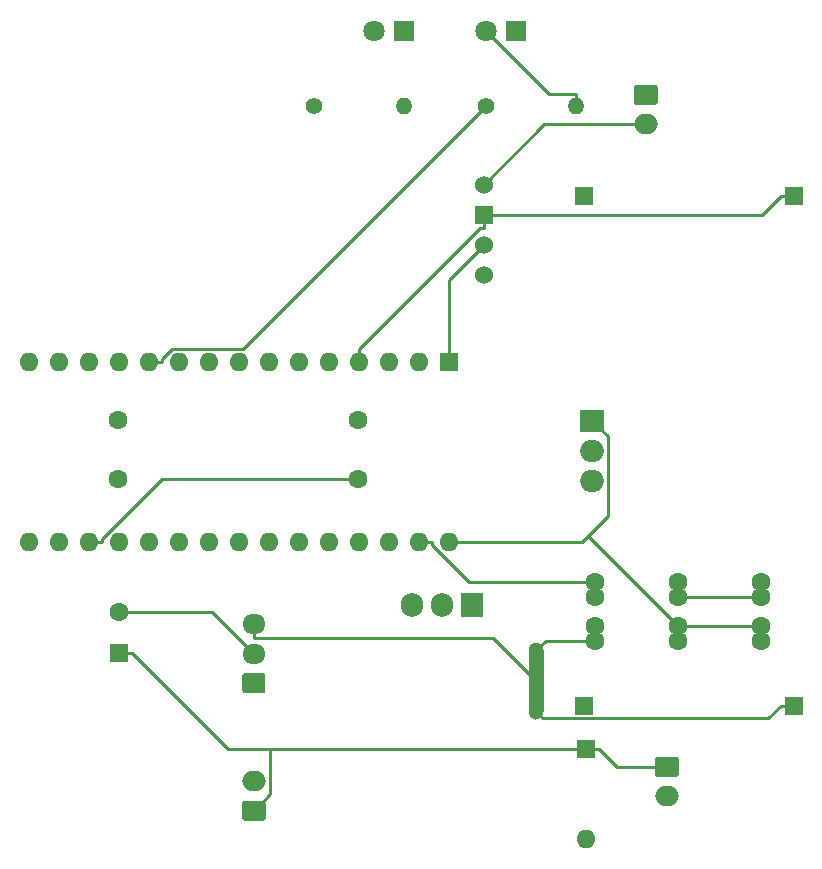
<source format=gbr>
G04 #@! TF.GenerationSoftware,KiCad,Pcbnew,5.1.5*
G04 #@! TF.CreationDate,2020-05-31T22:52:18+02:00*
G04 #@! TF.ProjectId,Levitator,4c657669-7461-4746-9f72-2e6b69636164,rev?*
G04 #@! TF.SameCoordinates,Original*
G04 #@! TF.FileFunction,Copper,L2,Bot*
G04 #@! TF.FilePolarity,Positive*
%FSLAX46Y46*%
G04 Gerber Fmt 4.6, Leading zero omitted, Abs format (unit mm)*
G04 Created by KiCad (PCBNEW 5.1.5) date 2020-05-31 22:52:18*
%MOMM*%
%LPD*%
G04 APERTURE LIST*
%ADD10C,0.100000*%
%ADD11C,1.524000*%
%ADD12R,1.524000X1.524000*%
%ADD13R,1.600000X1.600000*%
%ADD14O,1.600000X1.600000*%
%ADD15C,1.600000*%
%ADD16R,1.800000X1.800000*%
%ADD17C,1.800000*%
%ADD18O,1.950000X1.700000*%
%ADD19C,1.400000*%
%ADD20O,1.400000X1.400000*%
%ADD21O,1.905000X2.000000*%
%ADD22R,1.905000X2.000000*%
%ADD23O,2.000000X1.700000*%
%ADD24C,1.300000*%
%ADD25R,2.000000X1.905000*%
%ADD26O,2.000000X1.905000*%
%ADD27C,0.250000*%
G04 APERTURE END LIST*
D10*
G36*
X166200000Y-121200000D02*
G01*
X166200000Y-116000000D01*
X167500000Y-116000000D01*
X167500000Y-121200000D01*
X166200000Y-121200000D01*
G37*
D11*
X162406000Y-76594000D03*
D12*
X162406000Y-79134000D03*
D11*
X162406000Y-81674000D03*
X162406000Y-84214000D03*
D13*
X159450000Y-91600000D03*
D14*
X126430000Y-106840000D03*
X156910000Y-91600000D03*
X128970000Y-106840000D03*
X154370000Y-91600000D03*
X131510000Y-106840000D03*
X151830000Y-91600000D03*
X134050000Y-106840000D03*
X149290000Y-91600000D03*
X136590000Y-106840000D03*
X146750000Y-91600000D03*
X139130000Y-106840000D03*
X144210000Y-91600000D03*
X141670000Y-106840000D03*
X141670000Y-91600000D03*
X144210000Y-106840000D03*
X139130000Y-91600000D03*
X146750000Y-106840000D03*
X136590000Y-91600000D03*
X149290000Y-106840000D03*
X134050000Y-91600000D03*
X151830000Y-106840000D03*
X131510000Y-91600000D03*
X154370000Y-106840000D03*
X128970000Y-91600000D03*
X156910000Y-106840000D03*
X126430000Y-91600000D03*
X159450000Y-106840000D03*
X123890000Y-91600000D03*
X123890000Y-106840000D03*
D13*
X131495000Y-116245000D03*
D15*
X131495000Y-112745000D03*
X131418000Y-101486000D03*
X131418000Y-96486000D03*
X151738000Y-101486000D03*
X151738000Y-96486000D03*
D13*
X171042000Y-124346000D03*
D14*
X171042000Y-131966000D03*
D16*
X155625000Y-63540000D03*
D17*
X153085000Y-63540000D03*
X162610000Y-63540000D03*
D16*
X165150000Y-63540000D03*
G04 #@! TA.AperFunction,ComponentPad*
D10*
G36*
X143674504Y-117936204D02*
G01*
X143698773Y-117939804D01*
X143722571Y-117945765D01*
X143745671Y-117954030D01*
X143767849Y-117964520D01*
X143788893Y-117977133D01*
X143808598Y-117991747D01*
X143826777Y-118008223D01*
X143843253Y-118026402D01*
X143857867Y-118046107D01*
X143870480Y-118067151D01*
X143880970Y-118089329D01*
X143889235Y-118112429D01*
X143895196Y-118136227D01*
X143898796Y-118160496D01*
X143900000Y-118185000D01*
X143900000Y-119385000D01*
X143898796Y-119409504D01*
X143895196Y-119433773D01*
X143889235Y-119457571D01*
X143880970Y-119480671D01*
X143870480Y-119502849D01*
X143857867Y-119523893D01*
X143843253Y-119543598D01*
X143826777Y-119561777D01*
X143808598Y-119578253D01*
X143788893Y-119592867D01*
X143767849Y-119605480D01*
X143745671Y-119615970D01*
X143722571Y-119624235D01*
X143698773Y-119630196D01*
X143674504Y-119633796D01*
X143650000Y-119635000D01*
X142200000Y-119635000D01*
X142175496Y-119633796D01*
X142151227Y-119630196D01*
X142127429Y-119624235D01*
X142104329Y-119615970D01*
X142082151Y-119605480D01*
X142061107Y-119592867D01*
X142041402Y-119578253D01*
X142023223Y-119561777D01*
X142006747Y-119543598D01*
X141992133Y-119523893D01*
X141979520Y-119502849D01*
X141969030Y-119480671D01*
X141960765Y-119457571D01*
X141954804Y-119433773D01*
X141951204Y-119409504D01*
X141950000Y-119385000D01*
X141950000Y-118185000D01*
X141951204Y-118160496D01*
X141954804Y-118136227D01*
X141960765Y-118112429D01*
X141969030Y-118089329D01*
X141979520Y-118067151D01*
X141992133Y-118046107D01*
X142006747Y-118026402D01*
X142023223Y-118008223D01*
X142041402Y-117991747D01*
X142061107Y-117977133D01*
X142082151Y-117964520D01*
X142104329Y-117954030D01*
X142127429Y-117945765D01*
X142151227Y-117939804D01*
X142175496Y-117936204D01*
X142200000Y-117935000D01*
X143650000Y-117935000D01*
X143674504Y-117936204D01*
G37*
G04 #@! TD.AperFunction*
D18*
X142925000Y-116285000D03*
X142925000Y-113785000D03*
D19*
X148005000Y-69890000D03*
D20*
X155625000Y-69890000D03*
X170230000Y-69890000D03*
D19*
X162610000Y-69890000D03*
D21*
X156310000Y-112154000D03*
X158850000Y-112154000D03*
D22*
X161390000Y-112154000D03*
G04 #@! TA.AperFunction,ComponentPad*
D10*
G36*
X143699504Y-128731204D02*
G01*
X143723773Y-128734804D01*
X143747571Y-128740765D01*
X143770671Y-128749030D01*
X143792849Y-128759520D01*
X143813893Y-128772133D01*
X143833598Y-128786747D01*
X143851777Y-128803223D01*
X143868253Y-128821402D01*
X143882867Y-128841107D01*
X143895480Y-128862151D01*
X143905970Y-128884329D01*
X143914235Y-128907429D01*
X143920196Y-128931227D01*
X143923796Y-128955496D01*
X143925000Y-128980000D01*
X143925000Y-130180000D01*
X143923796Y-130204504D01*
X143920196Y-130228773D01*
X143914235Y-130252571D01*
X143905970Y-130275671D01*
X143895480Y-130297849D01*
X143882867Y-130318893D01*
X143868253Y-130338598D01*
X143851777Y-130356777D01*
X143833598Y-130373253D01*
X143813893Y-130387867D01*
X143792849Y-130400480D01*
X143770671Y-130410970D01*
X143747571Y-130419235D01*
X143723773Y-130425196D01*
X143699504Y-130428796D01*
X143675000Y-130430000D01*
X142175000Y-130430000D01*
X142150496Y-130428796D01*
X142126227Y-130425196D01*
X142102429Y-130419235D01*
X142079329Y-130410970D01*
X142057151Y-130400480D01*
X142036107Y-130387867D01*
X142016402Y-130373253D01*
X141998223Y-130356777D01*
X141981747Y-130338598D01*
X141967133Y-130318893D01*
X141954520Y-130297849D01*
X141944030Y-130275671D01*
X141935765Y-130252571D01*
X141929804Y-130228773D01*
X141926204Y-130204504D01*
X141925000Y-130180000D01*
X141925000Y-128980000D01*
X141926204Y-128955496D01*
X141929804Y-128931227D01*
X141935765Y-128907429D01*
X141944030Y-128884329D01*
X141954520Y-128862151D01*
X141967133Y-128841107D01*
X141981747Y-128821402D01*
X141998223Y-128803223D01*
X142016402Y-128786747D01*
X142036107Y-128772133D01*
X142057151Y-128759520D01*
X142079329Y-128749030D01*
X142102429Y-128740765D01*
X142126227Y-128734804D01*
X142150496Y-128731204D01*
X142175000Y-128730000D01*
X143675000Y-128730000D01*
X143699504Y-128731204D01*
G37*
G04 #@! TD.AperFunction*
D23*
X142925000Y-127080000D03*
X177900000Y-128370000D03*
G04 #@! TA.AperFunction,ComponentPad*
D10*
G36*
X178674504Y-125021204D02*
G01*
X178698773Y-125024804D01*
X178722571Y-125030765D01*
X178745671Y-125039030D01*
X178767849Y-125049520D01*
X178788893Y-125062133D01*
X178808598Y-125076747D01*
X178826777Y-125093223D01*
X178843253Y-125111402D01*
X178857867Y-125131107D01*
X178870480Y-125152151D01*
X178880970Y-125174329D01*
X178889235Y-125197429D01*
X178895196Y-125221227D01*
X178898796Y-125245496D01*
X178900000Y-125270000D01*
X178900000Y-126470000D01*
X178898796Y-126494504D01*
X178895196Y-126518773D01*
X178889235Y-126542571D01*
X178880970Y-126565671D01*
X178870480Y-126587849D01*
X178857867Y-126608893D01*
X178843253Y-126628598D01*
X178826777Y-126646777D01*
X178808598Y-126663253D01*
X178788893Y-126677867D01*
X178767849Y-126690480D01*
X178745671Y-126700970D01*
X178722571Y-126709235D01*
X178698773Y-126715196D01*
X178674504Y-126718796D01*
X178650000Y-126720000D01*
X177150000Y-126720000D01*
X177125496Y-126718796D01*
X177101227Y-126715196D01*
X177077429Y-126709235D01*
X177054329Y-126700970D01*
X177032151Y-126690480D01*
X177011107Y-126677867D01*
X176991402Y-126663253D01*
X176973223Y-126646777D01*
X176956747Y-126628598D01*
X176942133Y-126608893D01*
X176929520Y-126587849D01*
X176919030Y-126565671D01*
X176910765Y-126542571D01*
X176904804Y-126518773D01*
X176901204Y-126494504D01*
X176900000Y-126470000D01*
X176900000Y-125270000D01*
X176901204Y-125245496D01*
X176904804Y-125221227D01*
X176910765Y-125197429D01*
X176919030Y-125174329D01*
X176929520Y-125152151D01*
X176942133Y-125131107D01*
X176956747Y-125111402D01*
X176973223Y-125093223D01*
X176991402Y-125076747D01*
X177011107Y-125062133D01*
X177032151Y-125049520D01*
X177054329Y-125039030D01*
X177077429Y-125030765D01*
X177101227Y-125024804D01*
X177125496Y-125021204D01*
X177150000Y-125020000D01*
X178650000Y-125020000D01*
X178674504Y-125021204D01*
G37*
G04 #@! TD.AperFunction*
D12*
X170865000Y-77510000D03*
X188645000Y-77510000D03*
X170865000Y-120690000D03*
X188645000Y-120690000D03*
D15*
X185850000Y-110200000D03*
X185850000Y-115200000D03*
X185850000Y-111450000D03*
X185850000Y-113950000D03*
X178850000Y-113950000D03*
X178850000Y-111450000D03*
X178850000Y-115200000D03*
X178850000Y-110200000D03*
G04 #@! TA.AperFunction,ComponentPad*
D10*
G36*
X176896504Y-68125204D02*
G01*
X176920773Y-68128804D01*
X176944571Y-68134765D01*
X176967671Y-68143030D01*
X176989849Y-68153520D01*
X177010893Y-68166133D01*
X177030598Y-68180747D01*
X177048777Y-68197223D01*
X177065253Y-68215402D01*
X177079867Y-68235107D01*
X177092480Y-68256151D01*
X177102970Y-68278329D01*
X177111235Y-68301429D01*
X177117196Y-68325227D01*
X177120796Y-68349496D01*
X177122000Y-68374000D01*
X177122000Y-69574000D01*
X177120796Y-69598504D01*
X177117196Y-69622773D01*
X177111235Y-69646571D01*
X177102970Y-69669671D01*
X177092480Y-69691849D01*
X177079867Y-69712893D01*
X177065253Y-69732598D01*
X177048777Y-69750777D01*
X177030598Y-69767253D01*
X177010893Y-69781867D01*
X176989849Y-69794480D01*
X176967671Y-69804970D01*
X176944571Y-69813235D01*
X176920773Y-69819196D01*
X176896504Y-69822796D01*
X176872000Y-69824000D01*
X175372000Y-69824000D01*
X175347496Y-69822796D01*
X175323227Y-69819196D01*
X175299429Y-69813235D01*
X175276329Y-69804970D01*
X175254151Y-69794480D01*
X175233107Y-69781867D01*
X175213402Y-69767253D01*
X175195223Y-69750777D01*
X175178747Y-69732598D01*
X175164133Y-69712893D01*
X175151520Y-69691849D01*
X175141030Y-69669671D01*
X175132765Y-69646571D01*
X175126804Y-69622773D01*
X175123204Y-69598504D01*
X175122000Y-69574000D01*
X175122000Y-68374000D01*
X175123204Y-68349496D01*
X175126804Y-68325227D01*
X175132765Y-68301429D01*
X175141030Y-68278329D01*
X175151520Y-68256151D01*
X175164133Y-68235107D01*
X175178747Y-68215402D01*
X175195223Y-68197223D01*
X175213402Y-68180747D01*
X175233107Y-68166133D01*
X175254151Y-68153520D01*
X175276329Y-68143030D01*
X175299429Y-68134765D01*
X175323227Y-68128804D01*
X175347496Y-68125204D01*
X175372000Y-68124000D01*
X176872000Y-68124000D01*
X176896504Y-68125204D01*
G37*
G04 #@! TD.AperFunction*
D23*
X176122000Y-71474000D03*
D24*
X166850000Y-121200000D03*
X166850000Y-118600000D03*
X166850000Y-116000000D03*
D25*
X171550000Y-96560000D03*
D26*
X171550000Y-99100000D03*
X171550000Y-101640000D03*
D15*
X171850000Y-113950000D03*
X171850000Y-111450000D03*
X171850000Y-115200000D03*
X171850000Y-110200000D03*
D27*
X159450000Y-91600000D02*
X159450000Y-84630000D01*
X159450000Y-84630000D02*
X162406000Y-81674000D01*
X128970000Y-106840000D02*
X130095300Y-106840000D01*
X151738000Y-101486000D02*
X135168000Y-101486000D01*
X135168000Y-101486000D02*
X130095300Y-106558700D01*
X130095300Y-106558700D02*
X130095300Y-106840000D01*
X156910000Y-106840000D02*
X158035300Y-106840000D01*
X171850000Y-110200000D02*
X161114000Y-110200000D01*
X161114000Y-110200000D02*
X158035300Y-107121300D01*
X158035300Y-107121300D02*
X158035300Y-106840000D01*
X142925000Y-116285000D02*
X139385000Y-112745000D01*
X139385000Y-112745000D02*
X131495000Y-112745000D01*
X151830000Y-91600000D02*
X151830000Y-90474700D01*
X162406000Y-79134000D02*
X162406000Y-80221300D01*
X151830000Y-90474700D02*
X162083400Y-80221300D01*
X162083400Y-80221300D02*
X162406000Y-80221300D01*
X188645000Y-77510000D02*
X187557700Y-77510000D01*
X187557700Y-77510000D02*
X185933700Y-79134000D01*
X185933700Y-79134000D02*
X162406000Y-79134000D01*
X178850000Y-111450000D02*
X185850000Y-111450000D01*
X134050000Y-91600000D02*
X135175300Y-91600000D01*
X162610000Y-69890000D02*
X142025300Y-90474700D01*
X142025300Y-90474700D02*
X136019200Y-90474700D01*
X136019200Y-90474700D02*
X135175300Y-91318600D01*
X135175300Y-91318600D02*
X135175300Y-91600000D01*
X142925000Y-113785000D02*
X142925000Y-114960300D01*
X166850000Y-118600000D02*
X163210300Y-114960300D01*
X163210300Y-114960300D02*
X142925000Y-114960300D01*
X171216000Y-106316000D02*
X170692000Y-106840000D01*
X170692000Y-106840000D02*
X160575300Y-106840000D01*
X171550000Y-96560000D02*
X172886100Y-97896100D01*
X172886100Y-97896100D02*
X172886100Y-104645900D01*
X172886100Y-104645900D02*
X171216000Y-106316000D01*
X171216000Y-106316000D02*
X178850000Y-113950000D01*
X178850000Y-113950000D02*
X185850000Y-113950000D01*
X159450000Y-106840000D02*
X160575300Y-106840000D01*
X144301500Y-124346000D02*
X140721300Y-124346000D01*
X140721300Y-124346000D02*
X132620300Y-116245000D01*
X171042000Y-124346000D02*
X144301500Y-124346000D01*
X142925000Y-129580000D02*
X144301500Y-128203500D01*
X144301500Y-128203500D02*
X144301500Y-124346000D01*
X131495000Y-116245000D02*
X132620300Y-116245000D01*
X171042000Y-124346000D02*
X172167300Y-124346000D01*
X177900000Y-125870000D02*
X173691300Y-125870000D01*
X173691300Y-125870000D02*
X172167300Y-124346000D01*
X170230000Y-69890000D02*
X170230000Y-68864700D01*
X170230000Y-68864700D02*
X167934700Y-68864700D01*
X167934700Y-68864700D02*
X162610000Y-63540000D01*
X171850000Y-115200000D02*
X167650000Y-115200000D01*
X167650000Y-115200000D02*
X166850000Y-116000000D01*
X188645000Y-120690000D02*
X187557700Y-120690000D01*
X166850000Y-121200000D02*
X167427300Y-121777300D01*
X167427300Y-121777300D02*
X186470400Y-121777300D01*
X186470400Y-121777300D02*
X187557700Y-120690000D01*
X176122000Y-71474000D02*
X167526000Y-71474000D01*
X167526000Y-71474000D02*
X162406000Y-76594000D01*
M02*

</source>
